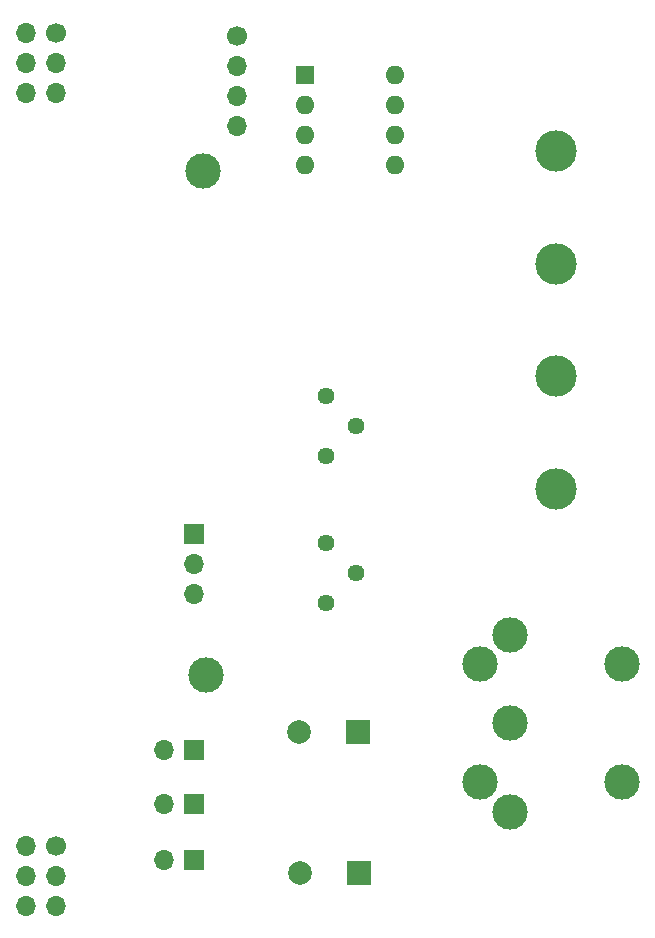
<source format=gbr>
%TF.GenerationSoftware,KiCad,Pcbnew,(7.0.0)*%
%TF.CreationDate,2024-02-24T11:01:10-08:00*%
%TF.ProjectId,Bottom_Board,426f7474-6f6d-45f4-926f-6172642e6b69,0*%
%TF.SameCoordinates,Original*%
%TF.FileFunction,Soldermask,Top*%
%TF.FilePolarity,Negative*%
%FSLAX46Y46*%
G04 Gerber Fmt 4.6, Leading zero omitted, Abs format (unit mm)*
G04 Created by KiCad (PCBNEW (7.0.0)) date 2024-02-24 11:01:10*
%MOMM*%
%LPD*%
G01*
G04 APERTURE LIST*
%ADD10O,1.700000X1.700000*%
%ADD11C,1.700000*%
%ADD12C,2.000000*%
%ADD13R,2.000000X2.000000*%
%ADD14C,3.000000*%
%ADD15C,1.440000*%
%ADD16R,1.700000X1.700000*%
%ADD17R,1.600000X1.600000*%
%ADD18O,1.600000X1.600000*%
%ADD19C,3.500000*%
G04 APERTURE END LIST*
D10*
%TO.C,J8*%
X139064999Y-76209999D03*
X139064999Y-73669999D03*
X139064999Y-71129999D03*
D11*
X139065000Y-68590000D03*
%TD*%
D12*
%TO.C,C2*%
X144270323Y-127508000D03*
D13*
X149270322Y-127507999D03*
%TD*%
D14*
%TO.C,J5*%
X162142948Y-119288289D03*
X162142948Y-126788289D03*
X162142948Y-134288289D03*
X159642948Y-121788289D03*
X159642948Y-131788289D03*
X171642948Y-121788289D03*
X171642948Y-131788289D03*
%TD*%
D13*
%TO.C,C3*%
X149351999Y-139445999D03*
D12*
X144352000Y-139446000D03*
%TD*%
D11*
%TO.C,J2*%
X123698000Y-68326000D03*
D10*
X121157999Y-68325999D03*
X123697999Y-70865999D03*
X121157999Y-70865999D03*
X123697999Y-73405999D03*
X121157999Y-73405999D03*
%TD*%
D14*
%TO.C,TP2*%
X136398000Y-122682000D03*
%TD*%
D11*
%TO.C,J1*%
X123698000Y-137160000D03*
D10*
X121157999Y-137159999D03*
X123697999Y-139699999D03*
X121157999Y-139699999D03*
X123697999Y-142239999D03*
X121157999Y-142239999D03*
%TD*%
D15*
%TO.C,RV2*%
X146573000Y-116586000D03*
X149113000Y-114046000D03*
X146573000Y-111506000D03*
%TD*%
D16*
%TO.C,J6*%
X135381999Y-133603999D03*
D10*
X132841999Y-133603999D03*
%TD*%
D17*
%TO.C,SW2*%
X144822499Y-71891999D03*
D18*
X144822499Y-74431999D03*
X144822499Y-76971999D03*
X144822499Y-79511999D03*
X152442499Y-79511999D03*
X152442499Y-76971999D03*
X152442499Y-74431999D03*
X152442499Y-71891999D03*
%TD*%
D16*
%TO.C,J3*%
X135381999Y-138351999D03*
D10*
X132841999Y-138351999D03*
%TD*%
D14*
%TO.C,TP1*%
X136144000Y-80010000D03*
%TD*%
D19*
%TO.C,J9*%
X166082500Y-106934000D03*
X166082500Y-97404000D03*
X166082500Y-87874000D03*
X166082500Y-78344000D03*
%TD*%
D15*
%TO.C,RV1*%
X146558000Y-104140000D03*
X149098000Y-101600000D03*
X146558000Y-99060000D03*
%TD*%
D16*
%TO.C,JP1*%
X135381999Y-110743999D03*
D10*
X135381999Y-113283999D03*
X135381999Y-115823999D03*
%TD*%
D16*
%TO.C,J7*%
X135381999Y-129031999D03*
D10*
X132841999Y-129031999D03*
%TD*%
M02*

</source>
